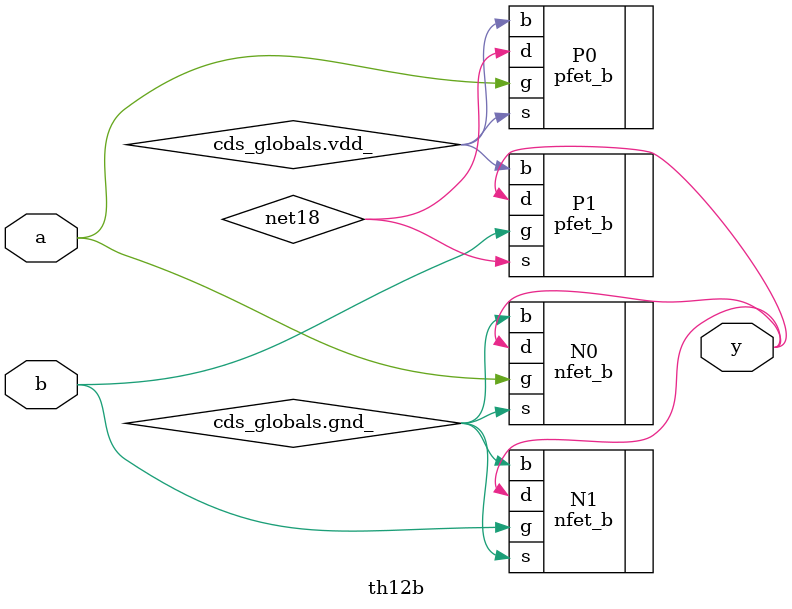
<source format=v>
`timescale 1ns / 1ns 

module th12b ( y, a, b );

output  y;

input  a, b;


specify 
    specparam CDS_LIBNAME  = "static";
    specparam CDS_CELLNAME = "th12b";
    specparam CDS_VIEWNAME = "schematic";
endspecify

nfet_b  N1 ( .d(y), .g(b), .s(cds_globals.gnd_), .b(cds_globals.gnd_));
nfet_b  N0 ( .d(y), .g(a), .s(cds_globals.gnd_), .b(cds_globals.gnd_));
pfet_b  P1 ( .b(cds_globals.vdd_), .g(b), .s(net18), .d(y));
pfet_b  P0 ( .b(cds_globals.vdd_), .g(a), .s(cds_globals.vdd_),
     .d(net18));

endmodule

</source>
